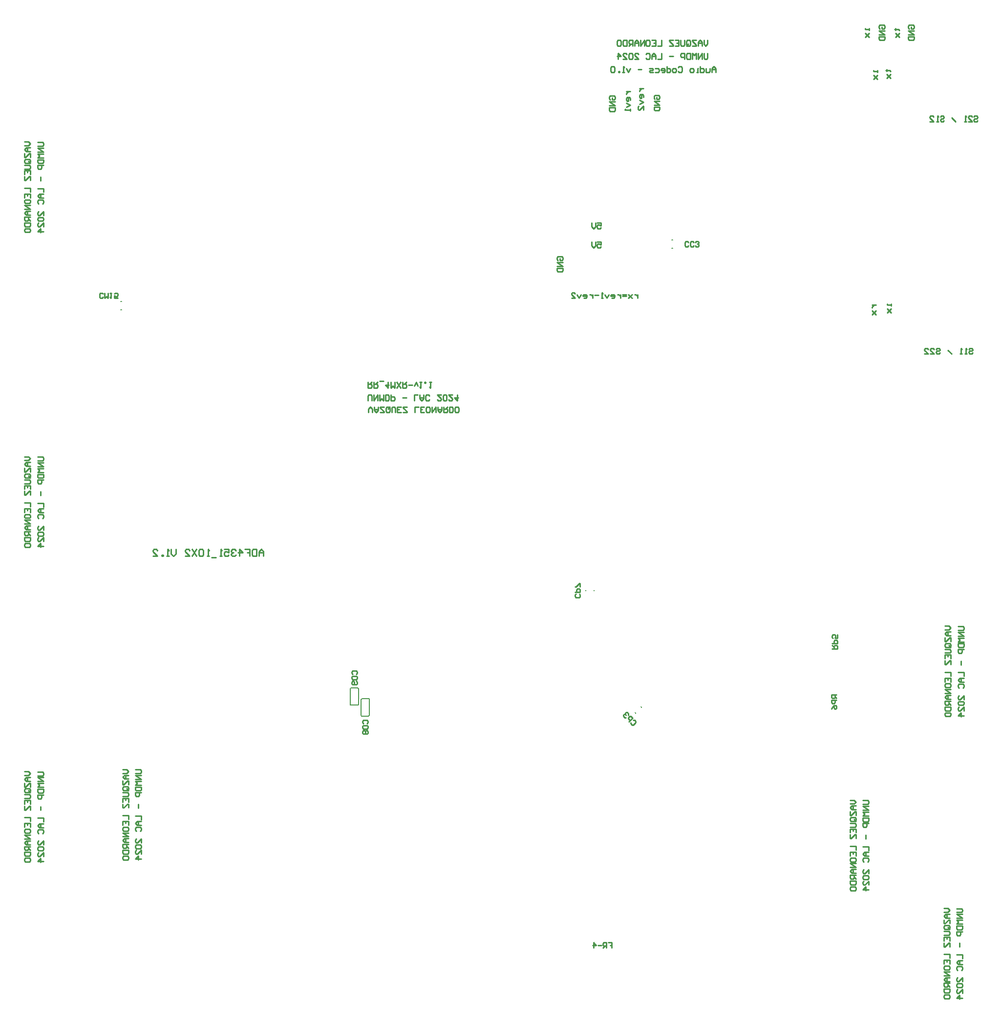
<source format=gbo>
G04*
G04 #@! TF.GenerationSoftware,Altium Limited,Altium Designer,24.0.1 (36)*
G04*
G04 Layer_Color=32896*
%FSLAX44Y44*%
%MOMM*%
G71*
G04*
G04 #@! TF.SameCoordinates,B3AD537C-9D1A-4887-B287-0D13266BF09F*
G04*
G04*
G04 #@! TF.FilePolarity,Positive*
G04*
G01*
G75*
%ADD14C,0.2000*%
%ADD17C,0.2540*%
D14*
X1602050Y2340150D02*
Y2341650D01*
X1616550Y2340150D02*
Y2341650D01*
X1583350Y2358750D02*
Y2360250D01*
X1597850Y2358750D02*
Y2360250D01*
X1583350D02*
Y2373450D01*
X1584500Y2374600D01*
X1596400D01*
X1597850Y2373150D01*
Y2360250D02*
Y2373150D01*
Y2360250D02*
X1597900Y2360200D01*
Y2345700D02*
Y2360200D01*
X1597000Y2344800D02*
X1597900Y2345700D01*
X1583350Y2345350D02*
Y2359500D01*
Y2344800D02*
X1597000D01*
X1583350D02*
Y2345350D01*
X1602050Y2341650D02*
Y2354350D01*
X1603700Y2356000D01*
X1615500D01*
X1616550Y2354950D01*
Y2340150D02*
Y2354950D01*
X1616500Y2340100D02*
X1616550Y2340150D01*
X1616500Y2327400D02*
Y2340100D01*
X1615100Y2326000D02*
X1616500Y2327400D01*
X1603300Y2326000D02*
X1615100D01*
X1602050Y2327250D02*
X1603300Y2326000D01*
X1602050Y2327250D02*
Y2340150D01*
X1185370Y3044230D02*
X1186870D01*
X1185370Y3029730D02*
X1186870D01*
X2087274Y2342378D02*
X2088334Y2341318D01*
X2077021Y2332125D02*
X2078081Y2331064D01*
X2006108Y2542981D02*
Y2544481D01*
X1991608Y2542981D02*
Y2544481D01*
X2140470Y3151350D02*
X2141970D01*
X2140470Y3136850D02*
X2141970D01*
D17*
X2634463Y1992460D02*
X2642794D01*
X2644460Y1990794D01*
Y1987462D01*
X2642794Y1985795D01*
X2634463D01*
X2644460Y1982463D02*
X2634463D01*
X2644460Y1975799D01*
X2634463D01*
X2644460Y1972466D02*
X2634463D01*
X2637795Y1969134D01*
X2634463Y1965802D01*
X2644460D01*
X2634463Y1962470D02*
X2644460D01*
Y1957471D01*
X2642794Y1955805D01*
X2636129D01*
X2634463Y1957471D01*
Y1962470D01*
X2644460Y1952473D02*
X2634463D01*
Y1947475D01*
X2636129Y1945808D01*
X2639462D01*
X2641128Y1947475D01*
Y1952473D01*
X2639462Y1932479D02*
Y1925815D01*
X2634463Y1912486D02*
X2644460D01*
Y1905821D01*
Y1902489D02*
X2637795D01*
X2634463Y1899157D01*
X2637795Y1895824D01*
X2644460D01*
X2639462D01*
Y1902489D01*
X2636129Y1885828D02*
X2634463Y1887494D01*
Y1890826D01*
X2636129Y1892492D01*
X2642794D01*
X2644460Y1890826D01*
Y1887494D01*
X2642794Y1885828D01*
X2644460Y1865834D02*
Y1872499D01*
X2637795Y1865834D01*
X2636129D01*
X2634463Y1867500D01*
Y1870833D01*
X2636129Y1872499D01*
Y1862502D02*
X2634463Y1860836D01*
Y1857504D01*
X2636129Y1855837D01*
X2642794D01*
X2644460Y1857504D01*
Y1860836D01*
X2642794Y1862502D01*
X2636129D01*
X2644460Y1845841D02*
Y1852505D01*
X2637795Y1845841D01*
X2636129D01*
X2634463Y1847507D01*
Y1850839D01*
X2636129Y1852505D01*
X2644460Y1837510D02*
X2634463D01*
X2639462Y1842508D01*
Y1835844D01*
X2612003Y1993000D02*
X2618668D01*
X2622000Y1989668D01*
X2618668Y1986335D01*
X2612003D01*
X2622000Y1983003D02*
X2615335D01*
X2612003Y1979671D01*
X2615335Y1976339D01*
X2622000D01*
X2617002D01*
Y1983003D01*
X2612003Y1973006D02*
Y1966342D01*
X2613669D01*
X2620334Y1973006D01*
X2622000D01*
Y1966342D01*
X2620334Y1956345D02*
X2613669D01*
X2612003Y1958011D01*
Y1961344D01*
X2613669Y1963010D01*
X2620334D01*
X2622000Y1961344D01*
Y1958011D01*
X2618668Y1959677D02*
X2622000Y1956345D01*
Y1958011D02*
X2620334Y1956345D01*
X2612003Y1953013D02*
X2620334D01*
X2622000Y1951347D01*
Y1948015D01*
X2620334Y1946348D01*
X2612003D01*
Y1936352D02*
Y1943016D01*
X2622000D01*
Y1936352D01*
X2617002Y1943016D02*
Y1939684D01*
X2612003Y1933019D02*
Y1926355D01*
X2613669D01*
X2620334Y1933019D01*
X2622000D01*
Y1926355D01*
X2612003Y1913026D02*
X2622000D01*
Y1906361D01*
X2612003Y1896364D02*
Y1903029D01*
X2622000D01*
Y1896364D01*
X2617002Y1903029D02*
Y1899697D01*
X2612003Y1888034D02*
Y1891366D01*
X2613669Y1893032D01*
X2620334D01*
X2622000Y1891366D01*
Y1888034D01*
X2620334Y1886368D01*
X2613669D01*
X2612003Y1888034D01*
X2622000Y1883035D02*
X2612003D01*
X2622000Y1876371D01*
X2612003D01*
X2622000Y1873039D02*
X2615335D01*
X2612003Y1869706D01*
X2615335Y1866374D01*
X2622000D01*
X2617002D01*
Y1873039D01*
X2622000Y1863042D02*
X2612003D01*
Y1858044D01*
X2613669Y1856377D01*
X2617002D01*
X2618668Y1858044D01*
Y1863042D01*
Y1859710D02*
X2622000Y1856377D01*
X2612003Y1853045D02*
X2622000D01*
Y1848047D01*
X2620334Y1846381D01*
X2613669D01*
X2612003Y1848047D01*
Y1853045D01*
Y1838050D02*
Y1841382D01*
X2613669Y1843048D01*
X2620334D01*
X2622000Y1841382D01*
Y1838050D01*
X2620334Y1836384D01*
X2613669D01*
X2612003Y1838050D01*
X2030462Y1933537D02*
X2036460D01*
Y1929039D01*
X2033461D01*
X2036460D01*
Y1924540D01*
X2027463D02*
Y1933537D01*
X2022964D01*
X2021465Y1932038D01*
Y1929039D01*
X2022964Y1927539D01*
X2027463D01*
X2024464D02*
X2021465Y1924540D01*
X2018466Y1929039D02*
X2012468D01*
X2004970Y1924540D02*
Y1933537D01*
X2009469Y1929039D01*
X2003471D01*
X1019003Y2230000D02*
X1025668D01*
X1029000Y2226668D01*
X1025668Y2223336D01*
X1019003D01*
X1029000Y2220003D02*
X1022336D01*
X1019003Y2216671D01*
X1022336Y2213339D01*
X1029000D01*
X1024002D01*
Y2220003D01*
X1019003Y2210007D02*
Y2203342D01*
X1020669D01*
X1027334Y2210007D01*
X1029000D01*
Y2203342D01*
X1027334Y2193345D02*
X1020669D01*
X1019003Y2195011D01*
Y2198344D01*
X1020669Y2200010D01*
X1027334D01*
X1029000Y2198344D01*
Y2195011D01*
X1025668Y2196677D02*
X1029000Y2193345D01*
Y2195011D02*
X1027334Y2193345D01*
X1019003Y2190013D02*
X1027334D01*
X1029000Y2188347D01*
Y2185014D01*
X1027334Y2183348D01*
X1019003D01*
Y2173352D02*
Y2180016D01*
X1029000D01*
Y2173352D01*
X1024002Y2180016D02*
Y2176684D01*
X1019003Y2170019D02*
Y2163355D01*
X1020669D01*
X1027334Y2170019D01*
X1029000D01*
Y2163355D01*
X1019003Y2150026D02*
X1029000D01*
Y2143361D01*
X1019003Y2133365D02*
Y2140029D01*
X1029000D01*
Y2133365D01*
X1024002Y2140029D02*
Y2136697D01*
X1019003Y2125034D02*
Y2128366D01*
X1020669Y2130032D01*
X1027334D01*
X1029000Y2128366D01*
Y2125034D01*
X1027334Y2123368D01*
X1020669D01*
X1019003Y2125034D01*
X1029000Y2120035D02*
X1019003D01*
X1029000Y2113371D01*
X1019003D01*
X1029000Y2110039D02*
X1022336D01*
X1019003Y2106706D01*
X1022336Y2103374D01*
X1029000D01*
X1024002D01*
Y2110039D01*
X1029000Y2100042D02*
X1019003D01*
Y2095043D01*
X1020669Y2093377D01*
X1024002D01*
X1025668Y2095043D01*
Y2100042D01*
Y2096710D02*
X1029000Y2093377D01*
X1019003Y2090045D02*
X1029000D01*
Y2085047D01*
X1027334Y2083381D01*
X1020669D01*
X1019003Y2085047D01*
Y2090045D01*
Y2075050D02*
Y2078382D01*
X1020669Y2080048D01*
X1027334D01*
X1029000Y2078382D01*
Y2075050D01*
X1027334Y2073384D01*
X1020669D01*
X1019003Y2075050D01*
X1041463Y2229460D02*
X1049794D01*
X1051460Y2227794D01*
Y2224462D01*
X1049794Y2222796D01*
X1041463D01*
X1051460Y2219463D02*
X1041463D01*
X1051460Y2212799D01*
X1041463D01*
X1051460Y2209467D02*
X1041463D01*
X1044795Y2206134D01*
X1041463Y2202802D01*
X1051460D01*
X1041463Y2199470D02*
X1051460D01*
Y2194471D01*
X1049794Y2192805D01*
X1043129D01*
X1041463Y2194471D01*
Y2199470D01*
X1051460Y2189473D02*
X1041463D01*
Y2184474D01*
X1043129Y2182808D01*
X1046462D01*
X1048128Y2184474D01*
Y2189473D01*
X1046462Y2169479D02*
Y2162815D01*
X1041463Y2149486D02*
X1051460D01*
Y2142821D01*
Y2139489D02*
X1044795D01*
X1041463Y2136157D01*
X1044795Y2132825D01*
X1051460D01*
X1046462D01*
Y2139489D01*
X1043129Y2122828D02*
X1041463Y2124494D01*
Y2127826D01*
X1043129Y2129492D01*
X1049794D01*
X1051460Y2127826D01*
Y2124494D01*
X1049794Y2122828D01*
X1051460Y2102834D02*
Y2109499D01*
X1044795Y2102834D01*
X1043129D01*
X1041463Y2104500D01*
Y2107833D01*
X1043129Y2109499D01*
Y2099502D02*
X1041463Y2097836D01*
Y2094503D01*
X1043129Y2092837D01*
X1049794D01*
X1051460Y2094503D01*
Y2097836D01*
X1049794Y2099502D01*
X1043129D01*
X1051460Y2082841D02*
Y2089505D01*
X1044795Y2082841D01*
X1043129D01*
X1041463Y2084507D01*
Y2087839D01*
X1043129Y2089505D01*
X1051460Y2074510D02*
X1041463D01*
X1046462Y2079508D01*
Y2072844D01*
X1019004Y2775667D02*
X1025669D01*
X1029001Y2772334D01*
X1025669Y2769002D01*
X1019004D01*
X1029001Y2765670D02*
X1022337D01*
X1019004Y2762337D01*
X1022337Y2759005D01*
X1029001D01*
X1024003D01*
Y2765670D01*
X1019004Y2755673D02*
Y2749008D01*
X1020670D01*
X1027335Y2755673D01*
X1029001D01*
Y2749008D01*
X1027335Y2739012D02*
X1020670D01*
X1019004Y2740678D01*
Y2744010D01*
X1020670Y2745676D01*
X1027335D01*
X1029001Y2744010D01*
Y2740678D01*
X1025669Y2742344D02*
X1029001Y2739012D01*
Y2740678D02*
X1027335Y2739012D01*
X1019004Y2735679D02*
X1027335D01*
X1029001Y2734013D01*
Y2730681D01*
X1027335Y2729015D01*
X1019004D01*
Y2719018D02*
Y2725683D01*
X1029001D01*
Y2719018D01*
X1024003Y2725683D02*
Y2722350D01*
X1019004Y2715686D02*
Y2709021D01*
X1020670D01*
X1027335Y2715686D01*
X1029001D01*
Y2709021D01*
X1019004Y2695692D02*
X1029001D01*
Y2689028D01*
X1019004Y2679031D02*
Y2685695D01*
X1029001D01*
Y2679031D01*
X1024003Y2685695D02*
Y2682363D01*
X1019004Y2670700D02*
Y2674033D01*
X1020670Y2675699D01*
X1027335D01*
X1029001Y2674033D01*
Y2670700D01*
X1027335Y2669034D01*
X1020670D01*
X1019004Y2670700D01*
X1029001Y2665702D02*
X1019004D01*
X1029001Y2659037D01*
X1019004D01*
X1029001Y2655705D02*
X1022337D01*
X1019004Y2652373D01*
X1022337Y2649041D01*
X1029001D01*
X1024003D01*
Y2655705D01*
X1029001Y2645708D02*
X1019004D01*
Y2640710D01*
X1020670Y2639044D01*
X1024003D01*
X1025669Y2640710D01*
Y2645708D01*
Y2642376D02*
X1029001Y2639044D01*
X1019004Y2635711D02*
X1029001D01*
Y2630713D01*
X1027335Y2629047D01*
X1020670D01*
X1019004Y2630713D01*
Y2635711D01*
Y2620716D02*
Y2624048D01*
X1020670Y2625715D01*
X1027335D01*
X1029001Y2624048D01*
Y2620716D01*
X1027335Y2619050D01*
X1020670D01*
X1019004Y2620716D01*
X1041464Y2775127D02*
X1049795D01*
X1051461Y2773460D01*
Y2770128D01*
X1049795Y2768462D01*
X1041464D01*
X1051461Y2765130D02*
X1041464D01*
X1051461Y2758465D01*
X1041464D01*
X1051461Y2755133D02*
X1041464D01*
X1044797Y2751801D01*
X1041464Y2748468D01*
X1051461D01*
X1041464Y2745136D02*
X1051461D01*
Y2740138D01*
X1049795Y2738472D01*
X1043130D01*
X1041464Y2740138D01*
Y2745136D01*
X1051461Y2735139D02*
X1041464D01*
Y2730141D01*
X1043130Y2728475D01*
X1046463D01*
X1048129Y2730141D01*
Y2735139D01*
X1046463Y2715146D02*
Y2708481D01*
X1041464Y2695152D02*
X1051461D01*
Y2688488D01*
Y2685156D02*
X1044797D01*
X1041464Y2681823D01*
X1044797Y2678491D01*
X1051461D01*
X1046463D01*
Y2685156D01*
X1043130Y2668494D02*
X1041464Y2670160D01*
Y2673492D01*
X1043130Y2675159D01*
X1049795D01*
X1051461Y2673492D01*
Y2670160D01*
X1049795Y2668494D01*
X1051461Y2648501D02*
Y2655165D01*
X1044797Y2648501D01*
X1043130D01*
X1041464Y2650167D01*
Y2653499D01*
X1043130Y2655165D01*
Y2645168D02*
X1041464Y2643502D01*
Y2640170D01*
X1043130Y2638504D01*
X1049795D01*
X1051461Y2640170D01*
Y2643502D01*
X1049795Y2645168D01*
X1043130D01*
X1051461Y2628507D02*
Y2635172D01*
X1044797Y2628507D01*
X1043130D01*
X1041464Y2630173D01*
Y2633505D01*
X1043130Y2635172D01*
X1051461Y2620176D02*
X1041464D01*
X1046463Y2625175D01*
Y2618510D01*
X1019003Y3321000D02*
X1025668D01*
X1029000Y3317668D01*
X1025668Y3314336D01*
X1019003D01*
X1029000Y3311003D02*
X1022336D01*
X1019003Y3307671D01*
X1022336Y3304339D01*
X1029000D01*
X1024002D01*
Y3311003D01*
X1019003Y3301006D02*
Y3294342D01*
X1020669D01*
X1027334Y3301006D01*
X1029000D01*
Y3294342D01*
X1027334Y3284345D02*
X1020669D01*
X1019003Y3286011D01*
Y3289344D01*
X1020669Y3291010D01*
X1027334D01*
X1029000Y3289344D01*
Y3286011D01*
X1025668Y3287677D02*
X1029000Y3284345D01*
Y3286011D02*
X1027334Y3284345D01*
X1019003Y3281013D02*
X1027334D01*
X1029000Y3279347D01*
Y3276014D01*
X1027334Y3274348D01*
X1019003D01*
Y3264352D02*
Y3271016D01*
X1029000D01*
Y3264352D01*
X1024002Y3271016D02*
Y3267684D01*
X1019003Y3261019D02*
Y3254355D01*
X1020669D01*
X1027334Y3261019D01*
X1029000D01*
Y3254355D01*
X1019003Y3241026D02*
X1029000D01*
Y3234361D01*
X1019003Y3224365D02*
Y3231029D01*
X1029000D01*
Y3224365D01*
X1024002Y3231029D02*
Y3227697D01*
X1019003Y3216034D02*
Y3219366D01*
X1020669Y3221032D01*
X1027334D01*
X1029000Y3219366D01*
Y3216034D01*
X1027334Y3214368D01*
X1020669D01*
X1019003Y3216034D01*
X1029000Y3211035D02*
X1019003D01*
X1029000Y3204371D01*
X1019003D01*
X1029000Y3201039D02*
X1022336D01*
X1019003Y3197706D01*
X1022336Y3194374D01*
X1029000D01*
X1024002D01*
Y3201039D01*
X1029000Y3191042D02*
X1019003D01*
Y3186043D01*
X1020669Y3184377D01*
X1024002D01*
X1025668Y3186043D01*
Y3191042D01*
Y3187710D02*
X1029000Y3184377D01*
X1019003Y3181045D02*
X1029000D01*
Y3176047D01*
X1027334Y3174380D01*
X1020669D01*
X1019003Y3176047D01*
Y3181045D01*
Y3166050D02*
Y3169382D01*
X1020669Y3171048D01*
X1027334D01*
X1029000Y3169382D01*
Y3166050D01*
X1027334Y3164384D01*
X1020669D01*
X1019003Y3166050D01*
X1041463Y3320460D02*
X1049794D01*
X1051460Y3318794D01*
Y3315462D01*
X1049794Y3313795D01*
X1041463D01*
X1051460Y3310463D02*
X1041463D01*
X1051460Y3303799D01*
X1041463D01*
X1051460Y3300467D02*
X1041463D01*
X1044795Y3297134D01*
X1041463Y3293802D01*
X1051460D01*
X1041463Y3290470D02*
X1051460D01*
Y3285471D01*
X1049794Y3283805D01*
X1043129D01*
X1041463Y3285471D01*
Y3290470D01*
X1051460Y3280473D02*
X1041463D01*
Y3275475D01*
X1043129Y3273808D01*
X1046462D01*
X1048128Y3275475D01*
Y3280473D01*
X1046462Y3260479D02*
Y3253815D01*
X1041463Y3240486D02*
X1051460D01*
Y3233821D01*
Y3230489D02*
X1044795D01*
X1041463Y3227157D01*
X1044795Y3223824D01*
X1051460D01*
X1046462D01*
Y3230489D01*
X1043129Y3213828D02*
X1041463Y3215494D01*
Y3218826D01*
X1043129Y3220492D01*
X1049794D01*
X1051460Y3218826D01*
Y3215494D01*
X1049794Y3213828D01*
X1051460Y3193834D02*
Y3200499D01*
X1044795Y3193834D01*
X1043129D01*
X1041463Y3195500D01*
Y3198833D01*
X1043129Y3200499D01*
Y3190502D02*
X1041463Y3188836D01*
Y3185504D01*
X1043129Y3183837D01*
X1049794D01*
X1051460Y3185504D01*
Y3188836D01*
X1049794Y3190502D01*
X1043129D01*
X1051460Y3173841D02*
Y3180505D01*
X1044795Y3173841D01*
X1043129D01*
X1041463Y3175507D01*
Y3178839D01*
X1043129Y3180505D01*
X1051460Y3165510D02*
X1041463D01*
X1046462Y3170508D01*
Y3163844D01*
X2614003Y2482000D02*
X2620668D01*
X2624000Y2478668D01*
X2620668Y2475336D01*
X2614003D01*
X2624000Y2472003D02*
X2617336D01*
X2614003Y2468671D01*
X2617336Y2465339D01*
X2624000D01*
X2619001D01*
Y2472003D01*
X2614003Y2462006D02*
Y2455342D01*
X2615669D01*
X2622334Y2462006D01*
X2624000D01*
Y2455342D01*
X2622334Y2445345D02*
X2615669D01*
X2614003Y2447011D01*
Y2450343D01*
X2615669Y2452010D01*
X2622334D01*
X2624000Y2450343D01*
Y2447011D01*
X2620668Y2448677D02*
X2624000Y2445345D01*
Y2447011D02*
X2622334Y2445345D01*
X2614003Y2442013D02*
X2622334D01*
X2624000Y2440347D01*
Y2437014D01*
X2622334Y2435348D01*
X2614003D01*
Y2425352D02*
Y2432016D01*
X2624000D01*
Y2425352D01*
X2619001Y2432016D02*
Y2428684D01*
X2614003Y2422019D02*
Y2415355D01*
X2615669D01*
X2622334Y2422019D01*
X2624000D01*
Y2415355D01*
X2614003Y2402026D02*
X2624000D01*
Y2395361D01*
X2614003Y2385365D02*
Y2392029D01*
X2624000D01*
Y2385365D01*
X2619001Y2392029D02*
Y2388697D01*
X2614003Y2377034D02*
Y2380366D01*
X2615669Y2382032D01*
X2622334D01*
X2624000Y2380366D01*
Y2377034D01*
X2622334Y2375368D01*
X2615669D01*
X2614003Y2377034D01*
X2624000Y2372035D02*
X2614003D01*
X2624000Y2365371D01*
X2614003D01*
X2624000Y2362039D02*
X2617336D01*
X2614003Y2358706D01*
X2617336Y2355374D01*
X2624000D01*
X2619001D01*
Y2362039D01*
X2624000Y2352042D02*
X2614003D01*
Y2347043D01*
X2615669Y2345377D01*
X2619001D01*
X2620668Y2347043D01*
Y2352042D01*
Y2348710D02*
X2624000Y2345377D01*
X2614003Y2342045D02*
X2624000D01*
Y2337047D01*
X2622334Y2335381D01*
X2615669D01*
X2614003Y2337047D01*
Y2342045D01*
Y2327050D02*
Y2330382D01*
X2615669Y2332048D01*
X2622334D01*
X2624000Y2330382D01*
Y2327050D01*
X2622334Y2325384D01*
X2615669D01*
X2614003Y2327050D01*
X2636463Y2481460D02*
X2644794D01*
X2646460Y2479794D01*
Y2476462D01*
X2644794Y2474796D01*
X2636463D01*
X2646460Y2471463D02*
X2636463D01*
X2646460Y2464799D01*
X2636463D01*
X2646460Y2461467D02*
X2636463D01*
X2639796Y2458134D01*
X2636463Y2454802D01*
X2646460D01*
X2636463Y2451470D02*
X2646460D01*
Y2446471D01*
X2644794Y2444805D01*
X2638129D01*
X2636463Y2446471D01*
Y2451470D01*
X2646460Y2441473D02*
X2636463D01*
Y2436474D01*
X2638129Y2434808D01*
X2641461D01*
X2643128Y2436474D01*
Y2441473D01*
X2641461Y2421479D02*
Y2414815D01*
X2636463Y2401486D02*
X2646460D01*
Y2394821D01*
Y2391489D02*
X2639796D01*
X2636463Y2388157D01*
X2639796Y2384825D01*
X2646460D01*
X2641461D01*
Y2391489D01*
X2638129Y2374828D02*
X2636463Y2376494D01*
Y2379826D01*
X2638129Y2381492D01*
X2644794D01*
X2646460Y2379826D01*
Y2376494D01*
X2644794Y2374828D01*
X2646460Y2354834D02*
Y2361499D01*
X2639796Y2354834D01*
X2638129D01*
X2636463Y2356500D01*
Y2359832D01*
X2638129Y2361499D01*
Y2351502D02*
X2636463Y2349836D01*
Y2346503D01*
X2638129Y2344837D01*
X2644794D01*
X2646460Y2346503D01*
Y2349836D01*
X2644794Y2351502D01*
X2638129D01*
X2646460Y2334841D02*
Y2341505D01*
X2639796Y2334841D01*
X2638129D01*
X2636463Y2336507D01*
Y2339839D01*
X2638129Y2341505D01*
X2646460Y2326510D02*
X2636463D01*
X2641461Y2331508D01*
Y2324844D01*
X2471791Y2179891D02*
X2480121D01*
X2481788Y2178225D01*
Y2174893D01*
X2480121Y2173227D01*
X2471791D01*
X2481788Y2169895D02*
X2471791D01*
X2481788Y2163230D01*
X2471791D01*
X2481788Y2159898D02*
X2471791D01*
X2475123Y2156566D01*
X2471791Y2153233D01*
X2481788D01*
X2471791Y2149901D02*
X2481788D01*
Y2144903D01*
X2480121Y2143237D01*
X2473457D01*
X2471791Y2144903D01*
Y2149901D01*
X2481788Y2139904D02*
X2471791D01*
Y2134906D01*
X2473457Y2133240D01*
X2476789D01*
X2478455Y2134906D01*
Y2139904D01*
X2476789Y2119911D02*
Y2113246D01*
X2471791Y2099917D02*
X2481788D01*
Y2093253D01*
Y2089920D02*
X2475123D01*
X2471791Y2086588D01*
X2475123Y2083256D01*
X2481788D01*
X2476789D01*
Y2089920D01*
X2473457Y2073259D02*
X2471791Y2074925D01*
Y2078257D01*
X2473457Y2079924D01*
X2480121D01*
X2481788Y2078257D01*
Y2074925D01*
X2480121Y2073259D01*
X2481788Y2053266D02*
Y2059930D01*
X2475123Y2053266D01*
X2473457D01*
X2471791Y2054932D01*
Y2058264D01*
X2473457Y2059930D01*
Y2049933D02*
X2471791Y2048267D01*
Y2044935D01*
X2473457Y2043269D01*
X2480121D01*
X2481788Y2044935D01*
Y2048267D01*
X2480121Y2049933D01*
X2473457D01*
X2481788Y2033272D02*
Y2039937D01*
X2475123Y2033272D01*
X2473457D01*
X2471791Y2034938D01*
Y2038270D01*
X2473457Y2039937D01*
X2481788Y2024941D02*
X2471791D01*
X2476789Y2029940D01*
Y2023275D01*
X2449331Y2180431D02*
X2455995D01*
X2459328Y2177099D01*
X2455995Y2173767D01*
X2449331D01*
X2459328Y2170435D02*
X2452663D01*
X2449331Y2167102D01*
X2452663Y2163770D01*
X2459328D01*
X2454329D01*
Y2170435D01*
X2449331Y2160438D02*
Y2153773D01*
X2450997D01*
X2457661Y2160438D01*
X2459328D01*
Y2153773D01*
X2457661Y2143777D02*
X2450997D01*
X2449331Y2145443D01*
Y2148775D01*
X2450997Y2150441D01*
X2457661D01*
X2459328Y2148775D01*
Y2145443D01*
X2455995Y2147109D02*
X2459328Y2143777D01*
Y2145443D02*
X2457661Y2143777D01*
X2449331Y2140444D02*
X2457661D01*
X2459328Y2138778D01*
Y2135446D01*
X2457661Y2133780D01*
X2449331D01*
Y2123783D02*
Y2130448D01*
X2459328D01*
Y2123783D01*
X2454329Y2130448D02*
Y2127115D01*
X2449331Y2120451D02*
Y2113786D01*
X2450997D01*
X2457661Y2120451D01*
X2459328D01*
Y2113786D01*
X2449331Y2100457D02*
X2459328D01*
Y2093793D01*
X2449331Y2083796D02*
Y2090460D01*
X2459328D01*
Y2083796D01*
X2454329Y2090460D02*
Y2087128D01*
X2449331Y2075465D02*
Y2078797D01*
X2450997Y2080464D01*
X2457661D01*
X2459328Y2078797D01*
Y2075465D01*
X2457661Y2073799D01*
X2450997D01*
X2449331Y2075465D01*
X2459328Y2070467D02*
X2449331D01*
X2459328Y2063802D01*
X2449331D01*
X2459328Y2060470D02*
X2452663D01*
X2449331Y2057138D01*
X2452663Y2053806D01*
X2459328D01*
X2454329D01*
Y2060470D01*
X2459328Y2050473D02*
X2449331D01*
Y2045475D01*
X2450997Y2043809D01*
X2454329D01*
X2455995Y2045475D01*
Y2050473D01*
Y2047141D02*
X2459328Y2043809D01*
X2449331Y2040477D02*
X2459328D01*
Y2035478D01*
X2457661Y2033812D01*
X2450997D01*
X2449331Y2035478D01*
Y2040477D01*
Y2025481D02*
Y2028814D01*
X2450997Y2030480D01*
X2457661D01*
X2459328Y2028814D01*
Y2025481D01*
X2457661Y2023815D01*
X2450997D01*
X2449331Y2025481D01*
X1432960Y2603139D02*
Y2611137D01*
X1428961Y2615135D01*
X1424963Y2611137D01*
Y2603139D01*
Y2609138D01*
X1432960D01*
X1420964Y2615135D02*
Y2603139D01*
X1414966D01*
X1412966Y2605139D01*
Y2613136D01*
X1414966Y2615135D01*
X1420964D01*
X1400970D02*
X1408968D01*
Y2609138D01*
X1404969D01*
X1408968D01*
Y2603139D01*
X1390974D02*
Y2615135D01*
X1396972Y2609138D01*
X1388974D01*
X1384976Y2613136D02*
X1382976Y2615135D01*
X1378978D01*
X1376978Y2613136D01*
Y2611137D01*
X1378978Y2609138D01*
X1380977D01*
X1378978D01*
X1376978Y2607138D01*
Y2605139D01*
X1378978Y2603139D01*
X1382976D01*
X1384976Y2605139D01*
X1364982Y2615135D02*
X1372979D01*
Y2609138D01*
X1368981Y2611137D01*
X1366981D01*
X1364982Y2609138D01*
Y2605139D01*
X1366981Y2603139D01*
X1370980D01*
X1372979Y2605139D01*
X1360983Y2603139D02*
X1356985D01*
X1358984D01*
Y2615135D01*
X1360983Y2613136D01*
X1350987Y2601140D02*
X1342989D01*
X1338990Y2603139D02*
X1334992D01*
X1336991D01*
Y2615135D01*
X1338990Y2613136D01*
X1328994D02*
X1326994Y2615135D01*
X1322996D01*
X1320996Y2613136D01*
Y2605139D01*
X1322996Y2603139D01*
X1326994D01*
X1328994Y2605139D01*
Y2613136D01*
X1316998Y2615135D02*
X1309000Y2603139D01*
Y2615135D02*
X1316998Y2603139D01*
X1297004D02*
X1305001D01*
X1297004Y2611137D01*
Y2613136D01*
X1299003Y2615135D01*
X1303002D01*
X1305001Y2613136D01*
X1281009Y2615135D02*
Y2607138D01*
X1277010Y2603139D01*
X1273012Y2607138D01*
Y2615135D01*
X1269013Y2603139D02*
X1265014D01*
X1267014D01*
Y2615135D01*
X1269013Y2613136D01*
X1259016Y2603139D02*
Y2605139D01*
X1257017D01*
Y2603139D01*
X1259016D01*
X1241022D02*
X1249019D01*
X1241022Y2611137D01*
Y2613136D01*
X1243021Y2615135D01*
X1247020D01*
X1249019Y2613136D01*
X1189163Y2233660D02*
X1195828D01*
X1199160Y2230328D01*
X1195828Y2226996D01*
X1189163D01*
X1199160Y2223663D02*
X1192495D01*
X1189163Y2220331D01*
X1192495Y2216999D01*
X1199160D01*
X1194162D01*
Y2223663D01*
X1189163Y2213667D02*
Y2207002D01*
X1190829D01*
X1197494Y2213667D01*
X1199160D01*
Y2207002D01*
X1197494Y2197005D02*
X1190829D01*
X1189163Y2198671D01*
Y2202003D01*
X1190829Y2203670D01*
X1197494D01*
X1199160Y2202003D01*
Y2198671D01*
X1195828Y2200337D02*
X1199160Y2197005D01*
Y2198671D02*
X1197494Y2197005D01*
X1189163Y2193673D02*
X1197494D01*
X1199160Y2192007D01*
Y2188674D01*
X1197494Y2187008D01*
X1189163D01*
Y2177012D02*
Y2183676D01*
X1199160D01*
Y2177012D01*
X1194162Y2183676D02*
Y2180344D01*
X1189163Y2173679D02*
Y2167015D01*
X1190829D01*
X1197494Y2173679D01*
X1199160D01*
Y2167015D01*
X1189163Y2153686D02*
X1199160D01*
Y2147021D01*
X1189163Y2137025D02*
Y2143689D01*
X1199160D01*
Y2137025D01*
X1194162Y2143689D02*
Y2140357D01*
X1189163Y2128694D02*
Y2132026D01*
X1190829Y2133692D01*
X1197494D01*
X1199160Y2132026D01*
Y2128694D01*
X1197494Y2127028D01*
X1190829D01*
X1189163Y2128694D01*
X1199160Y2123695D02*
X1189163D01*
X1199160Y2117031D01*
X1189163D01*
X1199160Y2113699D02*
X1192495D01*
X1189163Y2110366D01*
X1192495Y2107034D01*
X1199160D01*
X1194162D01*
Y2113699D01*
X1199160Y2103702D02*
X1189163D01*
Y2098703D01*
X1190829Y2097037D01*
X1194162D01*
X1195828Y2098703D01*
Y2103702D01*
Y2100370D02*
X1199160Y2097037D01*
X1189163Y2093705D02*
X1199160D01*
Y2088707D01*
X1197494Y2087041D01*
X1190829D01*
X1189163Y2088707D01*
Y2093705D01*
Y2078710D02*
Y2082042D01*
X1190829Y2083708D01*
X1197494D01*
X1199160Y2082042D01*
Y2078710D01*
X1197494Y2077044D01*
X1190829D01*
X1189163Y2078710D01*
X1210763Y2233260D02*
X1219094D01*
X1220760Y2231594D01*
Y2228262D01*
X1219094Y2226595D01*
X1210763D01*
X1220760Y2223263D02*
X1210763D01*
X1220760Y2216599D01*
X1210763D01*
X1220760Y2213266D02*
X1210763D01*
X1214096Y2209934D01*
X1210763Y2206602D01*
X1220760D01*
X1210763Y2203270D02*
X1220760D01*
Y2198271D01*
X1219094Y2196605D01*
X1212429D01*
X1210763Y2198271D01*
Y2203270D01*
X1220760Y2193273D02*
X1210763D01*
Y2188275D01*
X1212429Y2186608D01*
X1215762D01*
X1217428Y2188275D01*
Y2193273D01*
X1215762Y2173279D02*
Y2166615D01*
X1210763Y2153286D02*
X1220760D01*
Y2146621D01*
Y2143289D02*
X1214096D01*
X1210763Y2139957D01*
X1214096Y2136624D01*
X1220760D01*
X1215762D01*
Y2143289D01*
X1212429Y2126628D02*
X1210763Y2128294D01*
Y2131626D01*
X1212429Y2133292D01*
X1219094D01*
X1220760Y2131626D01*
Y2128294D01*
X1219094Y2126628D01*
X1220760Y2106634D02*
Y2113299D01*
X1214096Y2106634D01*
X1212429D01*
X1210763Y2108300D01*
Y2111633D01*
X1212429Y2113299D01*
Y2103302D02*
X1210763Y2101636D01*
Y2098304D01*
X1212429Y2096637D01*
X1219094D01*
X1220760Y2098304D01*
Y2101636D01*
X1219094Y2103302D01*
X1212429D01*
X1220760Y2086641D02*
Y2093305D01*
X1214096Y2086641D01*
X1212429D01*
X1210763Y2088307D01*
Y2091639D01*
X1212429Y2093305D01*
X1220760Y2078310D02*
X1210763D01*
X1215762Y2083308D01*
Y2076644D01*
X1615000Y2852003D02*
Y2858668D01*
X1618332Y2862000D01*
X1621664Y2858668D01*
Y2852003D01*
X1624997Y2862000D02*
Y2855335D01*
X1628329Y2852003D01*
X1631661Y2855335D01*
Y2862000D01*
Y2857002D01*
X1624997D01*
X1634994Y2852003D02*
X1641658D01*
Y2853669D01*
X1634994Y2860334D01*
Y2862000D01*
X1641658D01*
X1651655Y2860334D02*
Y2853669D01*
X1649989Y2852003D01*
X1646656D01*
X1644990Y2853669D01*
Y2860334D01*
X1646656Y2862000D01*
X1649989D01*
X1648323Y2858668D02*
X1651655Y2862000D01*
X1649989D02*
X1651655Y2860334D01*
X1654987Y2852003D02*
Y2860334D01*
X1656653Y2862000D01*
X1659986D01*
X1661652Y2860334D01*
Y2852003D01*
X1671648D02*
X1664984D01*
Y2862000D01*
X1671648D01*
X1664984Y2857002D02*
X1668316D01*
X1674981Y2852003D02*
X1681645D01*
Y2853669D01*
X1674981Y2860334D01*
Y2862000D01*
X1681645D01*
X1694974Y2852003D02*
Y2862000D01*
X1701639D01*
X1711635Y2852003D02*
X1704971D01*
Y2862000D01*
X1711635D01*
X1704971Y2857002D02*
X1708303D01*
X1719966Y2852003D02*
X1716634D01*
X1714968Y2853669D01*
Y2860334D01*
X1716634Y2862000D01*
X1719966D01*
X1721632Y2860334D01*
Y2853669D01*
X1719966Y2852003D01*
X1724965Y2862000D02*
Y2852003D01*
X1731629Y2862000D01*
Y2852003D01*
X1734961Y2862000D02*
Y2855335D01*
X1738294Y2852003D01*
X1741626Y2855335D01*
Y2862000D01*
Y2857002D01*
X1734961D01*
X1744958Y2862000D02*
Y2852003D01*
X1749957D01*
X1751623Y2853669D01*
Y2857002D01*
X1749957Y2858668D01*
X1744958D01*
X1748290D02*
X1751623Y2862000D01*
X1754955Y2852003D02*
Y2862000D01*
X1759953D01*
X1761619Y2860334D01*
Y2853669D01*
X1759953Y2852003D01*
X1754955D01*
X1769950D02*
X1766618D01*
X1764952Y2853669D01*
Y2860334D01*
X1766618Y2862000D01*
X1769950D01*
X1771616Y2860334D01*
Y2853669D01*
X1769950Y2852003D01*
X1614000Y2873003D02*
Y2881334D01*
X1615666Y2883000D01*
X1618998D01*
X1620665Y2881334D01*
Y2873003D01*
X1623997Y2883000D02*
Y2873003D01*
X1630661Y2883000D01*
Y2873003D01*
X1633994Y2883000D02*
Y2873003D01*
X1637326Y2876335D01*
X1640658Y2873003D01*
Y2883000D01*
X1643990Y2873003D02*
Y2883000D01*
X1648989D01*
X1650655Y2881334D01*
Y2874669D01*
X1648989Y2873003D01*
X1643990D01*
X1653987Y2883000D02*
Y2873003D01*
X1658985D01*
X1660652Y2874669D01*
Y2878002D01*
X1658985Y2879668D01*
X1653987D01*
X1673981Y2878002D02*
X1680645D01*
X1693974Y2873003D02*
Y2883000D01*
X1700639D01*
X1703971D02*
Y2876335D01*
X1707303Y2873003D01*
X1710636Y2876335D01*
Y2883000D01*
Y2878002D01*
X1703971D01*
X1720632Y2874669D02*
X1718966Y2873003D01*
X1715634D01*
X1713968Y2874669D01*
Y2881334D01*
X1715634Y2883000D01*
X1718966D01*
X1720632Y2881334D01*
X1740626Y2883000D02*
X1733961D01*
X1740626Y2876335D01*
Y2874669D01*
X1738960Y2873003D01*
X1735627D01*
X1733961Y2874669D01*
X1743958D02*
X1745624Y2873003D01*
X1748956D01*
X1750623Y2874669D01*
Y2881334D01*
X1748956Y2883000D01*
X1745624D01*
X1743958Y2881334D01*
Y2874669D01*
X1760619Y2883000D02*
X1753955D01*
X1760619Y2876335D01*
Y2874669D01*
X1758953Y2873003D01*
X1755621D01*
X1753955Y2874669D01*
X1768950Y2883000D02*
Y2873003D01*
X1763952Y2878002D01*
X1770616D01*
X1614000Y2905000D02*
Y2895003D01*
X1618998D01*
X1620665Y2896669D01*
Y2900002D01*
X1618998Y2901668D01*
X1614000D01*
X1617332D02*
X1620665Y2905000D01*
X1623997D02*
Y2895003D01*
X1628995D01*
X1630661Y2896669D01*
Y2900002D01*
X1628995Y2901668D01*
X1623997D01*
X1627329D02*
X1630661Y2905000D01*
X1633994Y2906666D02*
X1640658D01*
X1648989Y2905000D02*
Y2895003D01*
X1643990Y2900002D01*
X1650655D01*
X1653987Y2905000D02*
Y2895003D01*
X1657319Y2898336D01*
X1660652Y2895003D01*
Y2905000D01*
X1663984Y2895003D02*
X1670648Y2905000D01*
Y2895003D02*
X1663984Y2905000D01*
X1673981D02*
Y2895003D01*
X1678979D01*
X1680645Y2896669D01*
Y2900002D01*
X1678979Y2901668D01*
X1673981D01*
X1677313D02*
X1680645Y2905000D01*
X1683978Y2900002D02*
X1690642D01*
X1693974Y2898336D02*
X1697307Y2905000D01*
X1700639Y2898336D01*
X1703971Y2905000D02*
X1707303D01*
X1705637D01*
Y2895003D01*
X1703971Y2896669D01*
X1712302Y2905000D02*
Y2903334D01*
X1713968D01*
Y2905000D01*
X1712302D01*
X1720632D02*
X1723965D01*
X1722298D01*
Y2895003D01*
X1720632Y2896669D01*
X2011366Y3180767D02*
X2018030D01*
Y3175768D01*
X2014698Y3177434D01*
X2013032D01*
X2011366Y3175768D01*
Y3172436D01*
X2013032Y3170770D01*
X2016364D01*
X2018030Y3172436D01*
X2008033Y3180767D02*
Y3174102D01*
X2004701Y3170770D01*
X2001369Y3174102D01*
Y3180767D01*
X2011366Y3147747D02*
X2018030D01*
Y3142748D01*
X2014698Y3144414D01*
X2013032D01*
X2011366Y3142748D01*
Y3139416D01*
X2013032Y3137750D01*
X2016364D01*
X2018030Y3139416D01*
X2008033Y3147747D02*
Y3141082D01*
X2004701Y3137750D01*
X2001369Y3141082D01*
Y3147747D01*
X2062166Y3408260D02*
X2068830D01*
X2065498D01*
X2063832Y3406594D01*
X2062166Y3404928D01*
Y3403262D01*
X2068830Y3393265D02*
Y3396597D01*
X2067164Y3398263D01*
X2063832D01*
X2062166Y3396597D01*
Y3393265D01*
X2063832Y3391599D01*
X2065498D01*
Y3398263D01*
X2062166Y3388267D02*
X2068830Y3384934D01*
X2062166Y3381602D01*
X2068830Y3378270D02*
Y3374937D01*
Y3376603D01*
X2058833D01*
X2060499Y3378270D01*
X2033829Y3393976D02*
X2032163Y3395641D01*
Y3398974D01*
X2033829Y3400640D01*
X2040494D01*
X2042160Y3398974D01*
Y3395641D01*
X2040494Y3393976D01*
X2037162D01*
Y3397308D01*
X2042160Y3390643D02*
X2032163D01*
X2042160Y3383979D01*
X2032163D01*
Y3380646D02*
X2042160D01*
Y3375648D01*
X2040494Y3373982D01*
X2033829D01*
X2032163Y3375648D01*
Y3380646D01*
X2085025Y3413340D02*
X2091690D01*
X2088358D01*
X2086692Y3411674D01*
X2085025Y3410008D01*
Y3408342D01*
X2091690Y3398345D02*
Y3401677D01*
X2090024Y3403343D01*
X2086692D01*
X2085025Y3401677D01*
Y3398345D01*
X2086692Y3396679D01*
X2088358D01*
Y3403343D01*
X2085025Y3393347D02*
X2091690Y3390014D01*
X2085025Y3386682D01*
X2091690Y3376685D02*
Y3383350D01*
X2085025Y3376685D01*
X2083359D01*
X2081693Y3378351D01*
Y3381683D01*
X2083359Y3383350D01*
X2111299Y3395245D02*
X2109633Y3396912D01*
Y3400244D01*
X2111299Y3401910D01*
X2117964D01*
X2119630Y3400244D01*
Y3396912D01*
X2117964Y3395245D01*
X2114632D01*
Y3398578D01*
X2119630Y3391913D02*
X2109633D01*
X2119630Y3385249D01*
X2109633D01*
Y3381917D02*
X2119630D01*
Y3376918D01*
X2117964Y3375252D01*
X2111299D01*
X2109633Y3376918D01*
Y3381917D01*
X2526589Y3515814D02*
X2528255D01*
Y3517480D01*
Y3514148D01*
Y3515814D01*
X2533254D01*
X2534920Y3514148D01*
X2528255Y3509149D02*
X2534920Y3502485D01*
X2531588Y3505817D01*
X2528255Y3502485D01*
X2534920Y3509149D01*
X2487616Y3038690D02*
X2494280D01*
X2490948D01*
X2489282Y3037024D01*
X2487616Y3035358D01*
Y3033692D01*
Y3028693D02*
X2494280Y3022029D01*
X2490948Y3025361D01*
X2487616Y3022029D01*
X2494280Y3028693D01*
X2520950Y3039960D02*
Y3036628D01*
Y3038294D01*
X2514285D01*
Y3039960D01*
Y3031629D02*
X2520950Y3024965D01*
X2517618Y3028297D01*
X2514285Y3024965D01*
X2520950Y3031629D01*
X2511349Y3444694D02*
X2513015D01*
Y3446360D01*
Y3443028D01*
Y3444694D01*
X2518014D01*
X2519680Y3443028D01*
X2513015Y3438029D02*
X2519680Y3431365D01*
X2516348Y3434697D01*
X2513015Y3431365D01*
X2519680Y3438029D01*
X2482850Y3517480D02*
Y3514148D01*
Y3515814D01*
X2476185D01*
Y3517480D01*
Y3509149D02*
X2482850Y3502485D01*
X2479518Y3505817D01*
X2476185Y3502485D01*
X2482850Y3509149D01*
X2496820Y3445090D02*
Y3441758D01*
Y3443424D01*
X2490155D01*
Y3445090D01*
Y3436759D02*
X2496820Y3430095D01*
X2493488Y3433427D01*
X2490155Y3430095D01*
X2496820Y3436759D01*
X2551989Y3517166D02*
X2550323Y3518831D01*
Y3522164D01*
X2551989Y3523830D01*
X2558654D01*
X2560320Y3522164D01*
Y3518831D01*
X2558654Y3517166D01*
X2555322D01*
Y3520498D01*
X2560320Y3513833D02*
X2550323D01*
X2560320Y3507169D01*
X2550323D01*
Y3503836D02*
X2560320D01*
Y3498838D01*
X2558654Y3497172D01*
X2551989D01*
X2550323Y3498838D01*
Y3503836D01*
X2501189Y3517166D02*
X2499523Y3518831D01*
Y3522164D01*
X2501189Y3523830D01*
X2507854D01*
X2509520Y3522164D01*
Y3518831D01*
X2507854Y3517166D01*
X2504522D01*
Y3520498D01*
X2509520Y3513833D02*
X2499523D01*
X2509520Y3507169D01*
X2499523D01*
Y3503836D02*
X2509520D01*
Y3498838D01*
X2507854Y3497172D01*
X2501189D01*
X2499523Y3498838D01*
Y3503836D01*
X2216660Y3441470D02*
Y3448134D01*
X2213328Y3451467D01*
X2209996Y3448134D01*
Y3441470D01*
Y3446468D01*
X2216660D01*
X2206663Y3448134D02*
Y3443136D01*
X2204997Y3441470D01*
X2199999D01*
Y3448134D01*
X2190002Y3451467D02*
Y3441470D01*
X2195000D01*
X2196666Y3443136D01*
Y3446468D01*
X2195000Y3448134D01*
X2190002D01*
X2186670Y3441470D02*
X2183337D01*
X2185004D01*
Y3448134D01*
X2186670D01*
X2176673Y3441470D02*
X2173341D01*
X2171674Y3443136D01*
Y3446468D01*
X2173341Y3448134D01*
X2176673D01*
X2178339Y3446468D01*
Y3443136D01*
X2176673Y3441470D01*
X2151681Y3449801D02*
X2153347Y3451467D01*
X2156679D01*
X2158345Y3449801D01*
Y3443136D01*
X2156679Y3441470D01*
X2153347D01*
X2151681Y3443136D01*
X2146682Y3441470D02*
X2143350D01*
X2141684Y3443136D01*
Y3446468D01*
X2143350Y3448134D01*
X2146682D01*
X2148349Y3446468D01*
Y3443136D01*
X2146682Y3441470D01*
X2131687Y3451467D02*
Y3441470D01*
X2136686D01*
X2138352Y3443136D01*
Y3446468D01*
X2136686Y3448134D01*
X2131687D01*
X2123357Y3441470D02*
X2126689D01*
X2128355Y3443136D01*
Y3446468D01*
X2126689Y3448134D01*
X2123357D01*
X2121691Y3446468D01*
Y3444802D01*
X2128355D01*
X2111694Y3448134D02*
X2116692D01*
X2118358Y3446468D01*
Y3443136D01*
X2116692Y3441470D01*
X2111694D01*
X2108362D02*
X2103363D01*
X2101697Y3443136D01*
X2103363Y3444802D01*
X2106695D01*
X2108362Y3446468D01*
X2106695Y3448134D01*
X2101697D01*
X2088368Y3446468D02*
X2081703D01*
X2068374Y3448134D02*
X2065042Y3441470D01*
X2061710Y3448134D01*
X2058378Y3441470D02*
X2055045D01*
X2056711D01*
Y3451467D01*
X2058378Y3449801D01*
X2050047Y3441470D02*
Y3443136D01*
X2048381D01*
Y3441470D01*
X2050047D01*
X2041716Y3449801D02*
X2040050Y3451467D01*
X2036718D01*
X2035052Y3449801D01*
Y3443136D01*
X2036718Y3441470D01*
X2040050D01*
X2041716Y3443136D01*
Y3449801D01*
X2202690Y3497187D02*
Y3490522D01*
X2199358Y3487190D01*
X2196026Y3490522D01*
Y3497187D01*
X2192693Y3487190D02*
Y3493854D01*
X2189361Y3497187D01*
X2186029Y3493854D01*
Y3487190D01*
Y3492188D01*
X2192693D01*
X2182696Y3497187D02*
X2176032D01*
Y3495521D01*
X2182696Y3488856D01*
Y3487190D01*
X2176032D01*
X2166035Y3488856D02*
Y3495521D01*
X2167701Y3497187D01*
X2171033D01*
X2172700Y3495521D01*
Y3488856D01*
X2171033Y3487190D01*
X2167701D01*
X2169367Y3490522D02*
X2166035Y3487190D01*
X2167701D02*
X2166035Y3488856D01*
X2162703Y3497187D02*
Y3488856D01*
X2161037Y3487190D01*
X2157704D01*
X2156038Y3488856D01*
Y3497187D01*
X2146042D02*
X2152706D01*
Y3487190D01*
X2146042D01*
X2152706Y3492188D02*
X2149374D01*
X2142709Y3497187D02*
X2136045D01*
Y3495521D01*
X2142709Y3488856D01*
Y3487190D01*
X2136045D01*
X2122716Y3497187D02*
Y3487190D01*
X2116051D01*
X2106055Y3497187D02*
X2112719D01*
Y3487190D01*
X2106055D01*
X2112719Y3492188D02*
X2109387D01*
X2097724Y3497187D02*
X2101056D01*
X2102722Y3495521D01*
Y3488856D01*
X2101056Y3487190D01*
X2097724D01*
X2096058Y3488856D01*
Y3495521D01*
X2097724Y3497187D01*
X2092725Y3487190D02*
Y3497187D01*
X2086061Y3487190D01*
Y3497187D01*
X2082729Y3487190D02*
Y3493854D01*
X2079396Y3497187D01*
X2076064Y3493854D01*
Y3487190D01*
Y3492188D01*
X2082729D01*
X2072732Y3487190D02*
Y3497187D01*
X2067733D01*
X2066067Y3495521D01*
Y3492188D01*
X2067733Y3490522D01*
X2072732D01*
X2069400D02*
X2066067Y3487190D01*
X2062735Y3497187D02*
Y3487190D01*
X2057737D01*
X2056071Y3488856D01*
Y3495521D01*
X2057737Y3497187D01*
X2062735D01*
X2047740D02*
X2051072D01*
X2052738Y3495521D01*
Y3488856D01*
X2051072Y3487190D01*
X2047740D01*
X2046074Y3488856D01*
Y3495521D01*
X2047740Y3497187D01*
X2202690Y3474327D02*
Y3465996D01*
X2201024Y3464330D01*
X2197692D01*
X2196026Y3465996D01*
Y3474327D01*
X2192693Y3464330D02*
Y3474327D01*
X2186029Y3464330D01*
Y3474327D01*
X2182696Y3464330D02*
Y3474327D01*
X2179364Y3470995D01*
X2176032Y3474327D01*
Y3464330D01*
X2172700Y3474327D02*
Y3464330D01*
X2167701D01*
X2166035Y3465996D01*
Y3472661D01*
X2167701Y3474327D01*
X2172700D01*
X2162703Y3464330D02*
Y3474327D01*
X2157704D01*
X2156038Y3472661D01*
Y3469328D01*
X2157704Y3467662D01*
X2162703D01*
X2142709Y3469328D02*
X2136045D01*
X2122716Y3474327D02*
Y3464330D01*
X2116051D01*
X2112719D02*
Y3470995D01*
X2109387Y3474327D01*
X2106055Y3470995D01*
Y3464330D01*
Y3469328D01*
X2112719D01*
X2096058Y3472661D02*
X2097724Y3474327D01*
X2101056D01*
X2102722Y3472661D01*
Y3465996D01*
X2101056Y3464330D01*
X2097724D01*
X2096058Y3465996D01*
X2076064Y3464330D02*
X2082729D01*
X2076064Y3470995D01*
Y3472661D01*
X2077730Y3474327D01*
X2081062D01*
X2082729Y3472661D01*
X2072732D02*
X2071066Y3474327D01*
X2067733D01*
X2066067Y3472661D01*
Y3465996D01*
X2067733Y3464330D01*
X2071066D01*
X2072732Y3465996D01*
Y3472661D01*
X2056071Y3464330D02*
X2062735D01*
X2056071Y3470995D01*
Y3472661D01*
X2057737Y3474327D01*
X2061069D01*
X2062735Y3472661D01*
X2047740Y3464330D02*
Y3474327D01*
X2052738Y3469328D01*
X2046074D01*
X2081530Y3056784D02*
Y3050120D01*
Y3053452D01*
X2079864Y3055118D01*
X2078198Y3056784D01*
X2076532D01*
X2071533D02*
X2064869Y3050120D01*
X2068201Y3053452D01*
X2064869Y3056784D01*
X2071533Y3050120D01*
X2061537Y3053452D02*
X2054872D01*
X2061537Y3056784D02*
X2054872D01*
X2051540D02*
Y3050120D01*
Y3053452D01*
X2049874Y3055118D01*
X2048207Y3056784D01*
X2046541D01*
X2036544Y3050120D02*
X2039877D01*
X2041543Y3051786D01*
Y3055118D01*
X2039877Y3056784D01*
X2036544D01*
X2034878Y3055118D01*
Y3053452D01*
X2041543D01*
X2031546Y3056784D02*
X2028214Y3050120D01*
X2024882Y3056784D01*
X2021549Y3050120D02*
X2018217D01*
X2019883D01*
Y3060117D01*
X2021549Y3058451D01*
X2013219Y3055118D02*
X2006554D01*
X2003222Y3056784D02*
Y3050120D01*
Y3053452D01*
X2001556Y3055118D01*
X1999890Y3056784D01*
X1998224D01*
X1988227Y3050120D02*
X1991559D01*
X1993225Y3051786D01*
Y3055118D01*
X1991559Y3056784D01*
X1988227D01*
X1986561Y3055118D01*
Y3053452D01*
X1993225D01*
X1983228Y3056784D02*
X1979896Y3050120D01*
X1976564Y3056784D01*
X1966567Y3050120D02*
X1973232D01*
X1966567Y3056784D01*
Y3058451D01*
X1968233Y3060117D01*
X1971565D01*
X1973232Y3058451D01*
X1943129Y3115796D02*
X1941463Y3117462D01*
Y3120794D01*
X1943129Y3122460D01*
X1949794D01*
X1951460Y3120794D01*
Y3117462D01*
X1949794Y3115796D01*
X1946462D01*
Y3119128D01*
X1951460Y3112463D02*
X1941463D01*
X1951460Y3105799D01*
X1941463D01*
Y3102466D02*
X1951460D01*
Y3097468D01*
X1949794Y3095802D01*
X1943129D01*
X1941463Y3097468D01*
Y3102466D01*
X2664146Y3364521D02*
X2665811Y3366187D01*
X2669144D01*
X2670810Y3364521D01*
Y3362855D01*
X2669144Y3361188D01*
X2665811D01*
X2664146Y3359522D01*
Y3357856D01*
X2665811Y3356190D01*
X2669144D01*
X2670810Y3357856D01*
X2654149Y3356190D02*
X2660813D01*
X2654149Y3362855D01*
Y3364521D01*
X2655815Y3366187D01*
X2659147D01*
X2660813Y3364521D01*
X2650817Y3356190D02*
X2647484D01*
X2649150D01*
Y3366187D01*
X2650817Y3364521D01*
X2632489Y3356190D02*
X2625825Y3362855D01*
X2605831Y3364521D02*
X2607497Y3366187D01*
X2610829D01*
X2612495Y3364521D01*
Y3362855D01*
X2610829Y3361188D01*
X2607497D01*
X2605831Y3359522D01*
Y3357856D01*
X2607497Y3356190D01*
X2610829D01*
X2612495Y3357856D01*
X2602499Y3356190D02*
X2599167D01*
X2600833D01*
Y3366187D01*
X2602499Y3364521D01*
X2587504Y3356190D02*
X2594168D01*
X2587504Y3362855D01*
Y3364521D01*
X2589170Y3366187D01*
X2592502D01*
X2594168Y3364521D01*
X2655255Y2961931D02*
X2656922Y2963597D01*
X2660254D01*
X2661920Y2961931D01*
Y2960265D01*
X2660254Y2958598D01*
X2656922D01*
X2655255Y2956932D01*
Y2955266D01*
X2656922Y2953600D01*
X2660254D01*
X2661920Y2955266D01*
X2651923Y2953600D02*
X2648591D01*
X2650257D01*
Y2963597D01*
X2651923Y2961931D01*
X2643593Y2953600D02*
X2640260D01*
X2641927D01*
Y2963597D01*
X2643593Y2961931D01*
X2625265Y2953600D02*
X2618601Y2960265D01*
X2598607Y2961931D02*
X2600273Y2963597D01*
X2603606D01*
X2605272Y2961931D01*
Y2960265D01*
X2603606Y2958598D01*
X2600273D01*
X2598607Y2956932D01*
Y2955266D01*
X2600273Y2953600D01*
X2603606D01*
X2605272Y2955266D01*
X2588610Y2953600D02*
X2595275D01*
X2588610Y2960265D01*
Y2961931D01*
X2590276Y2963597D01*
X2593609D01*
X2595275Y2961931D01*
X2578614Y2953600D02*
X2585278D01*
X2578614Y2960265D01*
Y2961931D01*
X2580280Y2963597D01*
X2583612D01*
X2585278Y2961931D01*
X1606401Y2312898D02*
X1604901Y2314398D01*
Y2317397D01*
X1606401Y2318896D01*
X1612399D01*
X1613899Y2317397D01*
Y2314398D01*
X1612399Y2312898D01*
X1606401Y2309899D02*
X1604901Y2308400D01*
Y2305401D01*
X1606401Y2303901D01*
X1612399D01*
X1613899Y2305401D01*
Y2308400D01*
X1612399Y2309899D01*
X1606401D01*
Y2300902D02*
X1604901Y2299402D01*
Y2296403D01*
X1606401Y2294904D01*
X1607901D01*
X1609400Y2296403D01*
X1610900Y2294904D01*
X1612399D01*
X1613899Y2296403D01*
Y2299402D01*
X1612399Y2300902D01*
X1610900D01*
X1609400Y2299402D01*
X1607901Y2300902D01*
X1606401D01*
X1609400Y2299402D02*
Y2296403D01*
X1587501Y2398398D02*
X1586001Y2399898D01*
Y2402897D01*
X1587501Y2404396D01*
X1593499D01*
X1594998Y2402897D01*
Y2399898D01*
X1593499Y2398398D01*
X1587501Y2395399D02*
X1586001Y2393900D01*
Y2390901D01*
X1587501Y2389401D01*
X1593499D01*
X1594998Y2390901D01*
Y2393900D01*
X1593499Y2395399D01*
X1587501D01*
X1593499Y2386402D02*
X1594998Y2384902D01*
Y2381903D01*
X1593499Y2380404D01*
X1587501D01*
X1586001Y2381903D01*
Y2384902D01*
X1587501Y2386402D01*
X1589001D01*
X1590500Y2384902D01*
Y2380404D01*
X1154783Y3051761D02*
X1153284Y3050262D01*
X1150285D01*
X1148785Y3051761D01*
Y3057759D01*
X1150285Y3059258D01*
X1153284D01*
X1154783Y3057759D01*
X1157782Y3059258D02*
Y3050262D01*
X1160781Y3053260D01*
X1163780Y3050262D01*
Y3059258D01*
X1166779D02*
X1169778D01*
X1168279D01*
Y3050262D01*
X1166779Y3051761D01*
X1180275Y3050262D02*
X1174277D01*
Y3054760D01*
X1177276Y3053260D01*
X1178775D01*
X1180275Y3054760D01*
Y3057759D01*
X1178775Y3059258D01*
X1175776D01*
X1174277Y3057759D01*
X2073773Y2319334D02*
X2075894D01*
X2078014Y2317214D01*
Y2315093D01*
X2073773Y2310852D01*
X2071652D01*
X2069532Y2312972D01*
Y2315093D01*
X2066351Y2316153D02*
X2072713Y2322515D01*
X2069532Y2325696D01*
X2067411D01*
X2065291Y2323576D01*
Y2321455D01*
X2068472Y2318274D01*
X2065291Y2327817D02*
Y2329937D01*
X2063170Y2332058D01*
X2061049D01*
X2059989Y2330998D01*
Y2328877D01*
X2061049Y2327817D01*
X2059989Y2328877D01*
X2057868D01*
X2056808Y2327817D01*
Y2325696D01*
X2058929Y2323576D01*
X2061049D01*
X2418539Y2442835D02*
X2427536D01*
Y2447334D01*
X2426037Y2448833D01*
X2423038D01*
X2421538Y2447334D01*
Y2442835D01*
Y2445834D02*
X2418539Y2448833D01*
Y2451832D02*
X2427536D01*
Y2456331D01*
X2426037Y2457830D01*
X2423038D01*
X2421538Y2456331D01*
Y2451832D01*
X2427536Y2466828D02*
Y2460829D01*
X2423038D01*
X2424537Y2463828D01*
Y2465328D01*
X2423038Y2466828D01*
X2420039D01*
X2418539Y2465328D01*
Y2462329D01*
X2420039Y2460829D01*
X2426266Y2362688D02*
X2417269D01*
Y2358189D01*
X2418769Y2356689D01*
X2421768D01*
X2423267Y2358189D01*
Y2362688D01*
Y2359689D02*
X2426266Y2356689D01*
Y2353690D02*
X2417269D01*
Y2349192D01*
X2418769Y2347692D01*
X2421768D01*
X2423267Y2349192D01*
Y2353690D01*
X2417269Y2338695D02*
X2418769Y2341694D01*
X2421768Y2344693D01*
X2424767D01*
X2426266Y2343194D01*
Y2340195D01*
X2424767Y2338695D01*
X2423267D01*
X2421768Y2340195D01*
Y2344693D01*
X1980267Y2537733D02*
X1981766Y2536234D01*
Y2533235D01*
X1980267Y2531735D01*
X1974269D01*
X1972769Y2533235D01*
Y2536234D01*
X1974269Y2537733D01*
X1972769Y2540732D02*
X1981766D01*
Y2545231D01*
X1980267Y2546730D01*
X1977268D01*
X1975768Y2545231D01*
Y2540732D01*
X1981766Y2549729D02*
Y2555728D01*
X1980267D01*
X1974269Y2549729D01*
X1972769D01*
X2169512Y3141101D02*
X2168012Y3139601D01*
X2165013D01*
X2163514Y3141101D01*
Y3147099D01*
X2165013Y3148599D01*
X2168012D01*
X2169512Y3147099D01*
X2178509Y3141101D02*
X2177009Y3139601D01*
X2174010D01*
X2172511Y3141101D01*
Y3147099D01*
X2174010Y3148599D01*
X2177009D01*
X2178509Y3147099D01*
X2181508Y3141101D02*
X2183008Y3139601D01*
X2186007D01*
X2187506Y3141101D01*
Y3142600D01*
X2186007Y3144100D01*
X2184507D01*
X2186007D01*
X2187506Y3145599D01*
Y3147099D01*
X2186007Y3148599D01*
X2183008D01*
X2181508Y3147099D01*
M02*

</source>
